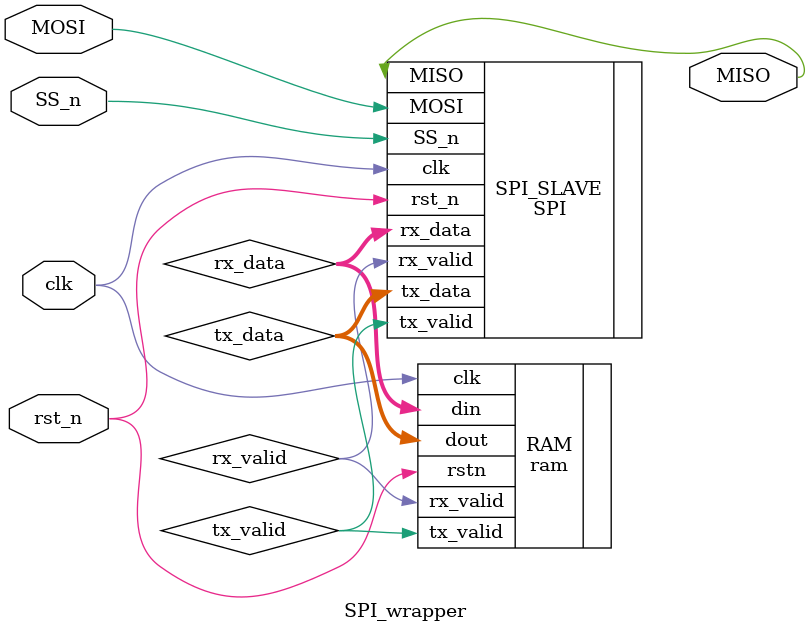
<source format=v>
module SPI_wrapper (
    input clk, rst_n, MOSI, SS_n,
    output MISO
    );
    wire tx_valid, rx_valid;
    wire [7:0] tx_data;
    wire [9:0] rx_data;

    SPI SPI_SLAVE(
        .clk(clk), .rst_n(rst_n), .SS_n(SS_n),
        .tx_valid(tx_valid), .MOSI(MOSI),
        .tx_data(tx_data), .rx_data(rx_data),
        .MISO(MISO), .rx_valid(rx_valid)
    );

    ram RAM(
        .clk(clk), .rstn(rst_n), .din(rx_data),
        .rx_valid(rx_valid), .dout(tx_data),
        .tx_valid(tx_valid)
    );
endmodule
</source>
